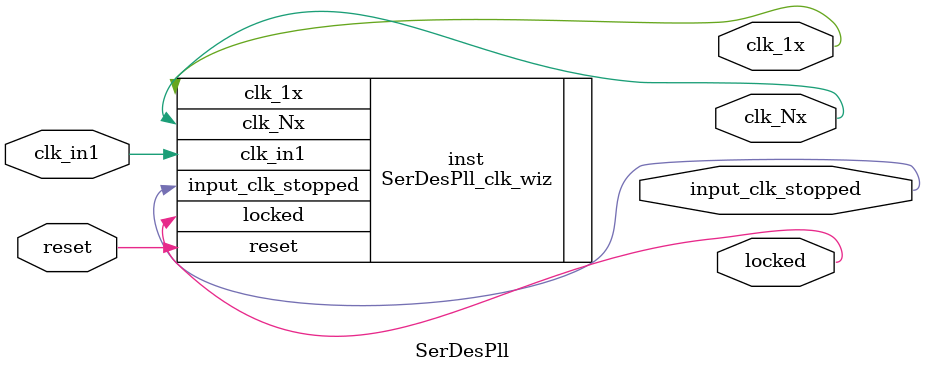
<source format=v>


`timescale 1ps/1ps

(* CORE_GENERATION_INFO = "SerDesPll,clk_wiz_v5_4_1_0,{component_name=SerDesPll,use_phase_alignment=true,use_min_o_jitter=false,use_max_i_jitter=false,use_dyn_phase_shift=false,use_inclk_switchover=false,use_dyn_reconfig=false,enable_axi=0,feedback_source=FDBK_AUTO,PRIMITIVE=MMCM,num_out_clk=2,clkin1_period=10.714,clkin2_period=10.000,use_power_down=false,use_reset=true,use_locked=true,use_inclk_stopped=true,feedback_type=SINGLE,CLOCK_MGR_TYPE=NA,manual_override=false}" *)

module SerDesPll 
 (
  // Clock out ports
  output        clk_Nx,
  output        clk_1x,
  // Status and control signals
  input         reset,
  output        input_clk_stopped,
  output        locked,
 // Clock in ports
  input         clk_in1
 );

  SerDesPll_clk_wiz inst
  (
  // Clock out ports  
  .clk_Nx(clk_Nx),
  .clk_1x(clk_1x),
  // Status and control signals               
  .reset(reset), 
  .input_clk_stopped(input_clk_stopped),
  .locked(locked),
 // Clock in ports
  .clk_in1(clk_in1)
  );

endmodule

</source>
